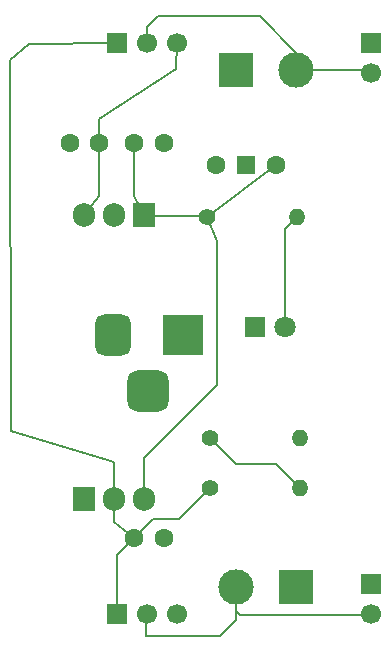
<source format=gtl>
%TF.GenerationSoftware,KiCad,Pcbnew,9.0.1-9.0.1-0~ubuntu24.04.1*%
%TF.CreationDate,2025-04-24T02:26:26+05:30*%
%TF.ProjectId,Bread-Board-Power-Supply,42726561-642d-4426-9f61-72642d506f77,rev?*%
%TF.SameCoordinates,Original*%
%TF.FileFunction,Copper,L1,Top*%
%TF.FilePolarity,Positive*%
%FSLAX46Y46*%
G04 Gerber Fmt 4.6, Leading zero omitted, Abs format (unit mm)*
G04 Created by KiCad (PCBNEW 9.0.1-9.0.1-0~ubuntu24.04.1) date 2025-04-24 02:26:26*
%MOMM*%
%LPD*%
G01*
G04 APERTURE LIST*
G04 Aperture macros list*
%AMRoundRect*
0 Rectangle with rounded corners*
0 $1 Rounding radius*
0 $2 $3 $4 $5 $6 $7 $8 $9 X,Y pos of 4 corners*
0 Add a 4 corners polygon primitive as box body*
4,1,4,$2,$3,$4,$5,$6,$7,$8,$9,$2,$3,0*
0 Add four circle primitives for the rounded corners*
1,1,$1+$1,$2,$3*
1,1,$1+$1,$4,$5*
1,1,$1+$1,$6,$7*
1,1,$1+$1,$8,$9*
0 Add four rect primitives between the rounded corners*
20,1,$1+$1,$2,$3,$4,$5,0*
20,1,$1+$1,$4,$5,$6,$7,0*
20,1,$1+$1,$6,$7,$8,$9,0*
20,1,$1+$1,$8,$9,$2,$3,0*%
G04 Aperture macros list end*
%TA.AperFunction,ComponentPad*%
%ADD10C,1.700000*%
%TD*%
%TA.AperFunction,ComponentPad*%
%ADD11R,1.700000X1.700000*%
%TD*%
%TA.AperFunction,ComponentPad*%
%ADD12O,1.400000X1.400000*%
%TD*%
%TA.AperFunction,ComponentPad*%
%ADD13C,1.400000*%
%TD*%
%TA.AperFunction,ComponentPad*%
%ADD14C,3.000000*%
%TD*%
%TA.AperFunction,ComponentPad*%
%ADD15R,3.000000X3.000000*%
%TD*%
%TA.AperFunction,ComponentPad*%
%ADD16C,1.800000*%
%TD*%
%TA.AperFunction,ComponentPad*%
%ADD17R,1.800000X1.800000*%
%TD*%
%TA.AperFunction,ComponentPad*%
%ADD18C,1.600000*%
%TD*%
%TA.AperFunction,ComponentPad*%
%ADD19R,1.500000X1.500000*%
%TD*%
%TA.AperFunction,ComponentPad*%
%ADD20RoundRect,0.875000X-0.875000X-0.875000X0.875000X-0.875000X0.875000X0.875000X-0.875000X0.875000X0*%
%TD*%
%TA.AperFunction,ComponentPad*%
%ADD21RoundRect,0.750000X-0.750000X-1.000000X0.750000X-1.000000X0.750000X1.000000X-0.750000X1.000000X0*%
%TD*%
%TA.AperFunction,ComponentPad*%
%ADD22R,3.500000X3.500000*%
%TD*%
%TA.AperFunction,ComponentPad*%
%ADD23O,1.905000X2.000000*%
%TD*%
%TA.AperFunction,ComponentPad*%
%ADD24R,1.905000X2.000000*%
%TD*%
%TA.AperFunction,Conductor*%
%ADD25C,0.200000*%
%TD*%
G04 APERTURE END LIST*
D10*
%TO.P,J5,3,Pin_3*%
%TO.N,/5V*%
X67570000Y-71000000D03*
%TO.P,J5,2,Pin_2*%
%TO.N,/Power_OUT0*%
X65030000Y-71000000D03*
D11*
%TO.P,J5,1,Pin_1*%
%TO.N,/3.3V*%
X62490000Y-71000000D03*
%TD*%
D12*
%TO.P,R1,2*%
%TO.N,Net-(D1-A)*%
X77790000Y-85680000D03*
D13*
%TO.P,R1,1*%
%TO.N,/12V*%
X70170000Y-85680000D03*
%TD*%
D14*
%TO.P,J6,2,Pin_2*%
%TO.N,/Power_OUT1*%
X72620000Y-117070000D03*
D15*
%TO.P,J6,1,Pin_1*%
%TO.N,GND*%
X77700000Y-117070000D03*
%TD*%
%TO.P,J3,1,Pin_1*%
%TO.N,GND*%
X72620000Y-73230000D03*
D14*
%TO.P,J3,2,Pin_2*%
%TO.N,/Power_OUT0*%
X77700000Y-73230000D03*
%TD*%
D11*
%TO.P,J4,1,Pin_1*%
%TO.N,/3.3V*%
X62490000Y-119300000D03*
D10*
%TO.P,J4,2,Pin_2*%
%TO.N,/Power_OUT1*%
X65030000Y-119300000D03*
%TO.P,J4,3,Pin_3*%
%TO.N,/5V*%
X67570000Y-119300000D03*
%TD*%
D16*
%TO.P,D1,2,A*%
%TO.N,Net-(D1-A)*%
X76790000Y-94990000D03*
D17*
%TO.P,D1,1,K*%
%TO.N,GND*%
X74250000Y-94990000D03*
%TD*%
D18*
%TO.P,SW1,3,A*%
%TO.N,/12V*%
X76030000Y-81280000D03*
%TO.P,SW1,2,C*%
%TO.N,unconnected-(SW1-C-Pad2)*%
X70950000Y-81280000D03*
D19*
%TO.P,SW1,1,B*%
%TO.N,/Power_IN*%
X73490000Y-81280000D03*
%TD*%
D18*
%TO.P,C1,2*%
%TO.N,GND*%
X66500000Y-79455000D03*
%TO.P,C1,1*%
%TO.N,/12V*%
X64000000Y-79455000D03*
%TD*%
D12*
%TO.P,R3,2*%
%TO.N,GND*%
X78020000Y-104440000D03*
D13*
%TO.P,R3,1*%
%TO.N,Net-(U2-ADJ)*%
X70400000Y-104440000D03*
%TD*%
D20*
%TO.P,J7,3*%
%TO.N,GND*%
X65150000Y-100442500D03*
D21*
%TO.P,J7,2*%
X62150000Y-95742500D03*
D22*
%TO.P,J7,1*%
%TO.N,/Power_IN*%
X68150000Y-95742500D03*
%TD*%
D23*
%TO.P,U2,3,VI*%
%TO.N,/12V*%
X64840000Y-109550000D03*
%TO.P,U2,2,VO*%
%TO.N,/3.3V*%
X62300000Y-109550000D03*
D24*
%TO.P,U2,1,ADJ*%
%TO.N,Net-(U2-ADJ)*%
X59760000Y-109550000D03*
%TD*%
D23*
%TO.P,U1,3,VO*%
%TO.N,/5V*%
X59760000Y-85555000D03*
%TO.P,U1,2,GND*%
%TO.N,GND*%
X62300000Y-85555000D03*
D24*
%TO.P,U1,1,VI*%
%TO.N,/12V*%
X64840000Y-85555000D03*
%TD*%
D18*
%TO.P,C3,2*%
%TO.N,GND*%
X66500000Y-112900000D03*
%TO.P,C3,1*%
%TO.N,/3.3V*%
X64000000Y-112900000D03*
%TD*%
%TO.P,C2,2*%
%TO.N,GND*%
X58510000Y-79460000D03*
%TO.P,C2,1*%
%TO.N,/5V*%
X61010000Y-79460000D03*
%TD*%
D12*
%TO.P,R2,2*%
%TO.N,Net-(U2-ADJ)*%
X78020000Y-108690000D03*
D13*
%TO.P,R2,1*%
%TO.N,/3.3V*%
X70400000Y-108690000D03*
%TD*%
D11*
%TO.P,J2,1,Pin_1*%
%TO.N,GND*%
X84000000Y-116750000D03*
D10*
%TO.P,J2,2,Pin_2*%
%TO.N,/Power_OUT1*%
X84000000Y-119290000D03*
%TD*%
D11*
%TO.P,J1,1,Pin_1*%
%TO.N,GND*%
X84000000Y-71000000D03*
D10*
%TO.P,J1,2,Pin_2*%
%TO.N,/Power_OUT0*%
X84000000Y-73540000D03*
%TD*%
D25*
%TO.N,/Power_OUT0*%
X65030000Y-71000000D02*
X65030000Y-69661385D01*
X74600000Y-68720000D02*
X77700000Y-71820000D01*
X65030000Y-69661385D02*
X65971385Y-68720000D01*
X65971385Y-68720000D02*
X74600000Y-68720000D01*
X77700000Y-71820000D02*
X77700000Y-73230000D01*
%TO.N,/Power_OUT1*%
X72620000Y-117070000D02*
X72620000Y-119850000D01*
X72620000Y-119850000D02*
X71260000Y-121210000D01*
X65000000Y-121210000D02*
X65000000Y-119330000D01*
X71260000Y-121210000D02*
X65000000Y-121210000D01*
X65000000Y-119330000D02*
X65030000Y-119300000D01*
X84000000Y-119290000D02*
X83900000Y-119390000D01*
X83900000Y-119390000D02*
X72920000Y-119390000D01*
X72920000Y-119390000D02*
X72620000Y-119090000D01*
X72620000Y-119090000D02*
X72620000Y-117070000D01*
%TO.N,/12V*%
X64840000Y-85555000D02*
X64879634Y-85594634D01*
X64879634Y-85594634D02*
X70084634Y-85594634D01*
X70084634Y-85594634D02*
X70170000Y-85680000D01*
X70170000Y-85680000D02*
X71000000Y-87740000D01*
X71000000Y-87740000D02*
X71000000Y-99930000D01*
X71000000Y-99930000D02*
X64840000Y-106090000D01*
X64840000Y-106090000D02*
X64840000Y-109550000D01*
X76030000Y-81280000D02*
X70170000Y-85680000D01*
%TO.N,Net-(D1-A)*%
X76790000Y-94990000D02*
X76761024Y-94961024D01*
X76761024Y-94961024D02*
X76761024Y-86708976D01*
X76761024Y-86708976D02*
X77790000Y-85680000D01*
%TO.N,/3.3V*%
X70400000Y-108690000D02*
X67780000Y-111310000D01*
X67780000Y-111310000D02*
X65590000Y-111310000D01*
X65590000Y-111310000D02*
X64000000Y-112900000D01*
%TO.N,/Power_OUT0*%
X77700000Y-73230000D02*
X83690000Y-73230000D01*
X83690000Y-73230000D02*
X84000000Y-73540000D01*
%TO.N,Net-(U2-ADJ)*%
X70400000Y-104440000D02*
X72590000Y-106630000D01*
X72590000Y-106630000D02*
X75960000Y-106630000D01*
X75960000Y-106630000D02*
X78020000Y-108690000D01*
%TO.N,/Power_IN*%
X68780000Y-95112500D02*
X68150000Y-95742500D01*
%TO.N,/5V*%
X59760000Y-85555000D02*
X61010000Y-83940000D01*
X61010000Y-83940000D02*
X61010000Y-79460000D01*
%TO.N,/12V*%
X64840000Y-85555000D02*
X63940000Y-83960000D01*
X63940000Y-83960000D02*
X64000000Y-79455000D01*
%TO.N,/3.3V*%
X62490000Y-119300000D02*
X62500000Y-114370000D01*
X62500000Y-114370000D02*
X64000000Y-112900000D01*
X62300000Y-109550000D02*
X62310000Y-111520000D01*
X62310000Y-111520000D02*
X64000000Y-112900000D01*
%TO.N,/5V*%
X67560000Y-73180000D02*
X61010000Y-77400000D01*
X67570000Y-71000000D02*
X67560000Y-73180000D01*
X61010000Y-77400000D02*
X61010000Y-79460000D01*
%TO.N,/3.3V*%
X62300000Y-109550000D02*
X62250000Y-106420000D01*
X62250000Y-106420000D02*
X53566718Y-103850000D01*
X53507554Y-72439967D02*
X53566718Y-103850000D01*
X55070000Y-71030000D02*
X53507554Y-72439967D01*
X62490000Y-71000000D02*
X55070000Y-71030000D01*
%TD*%
M02*

</source>
